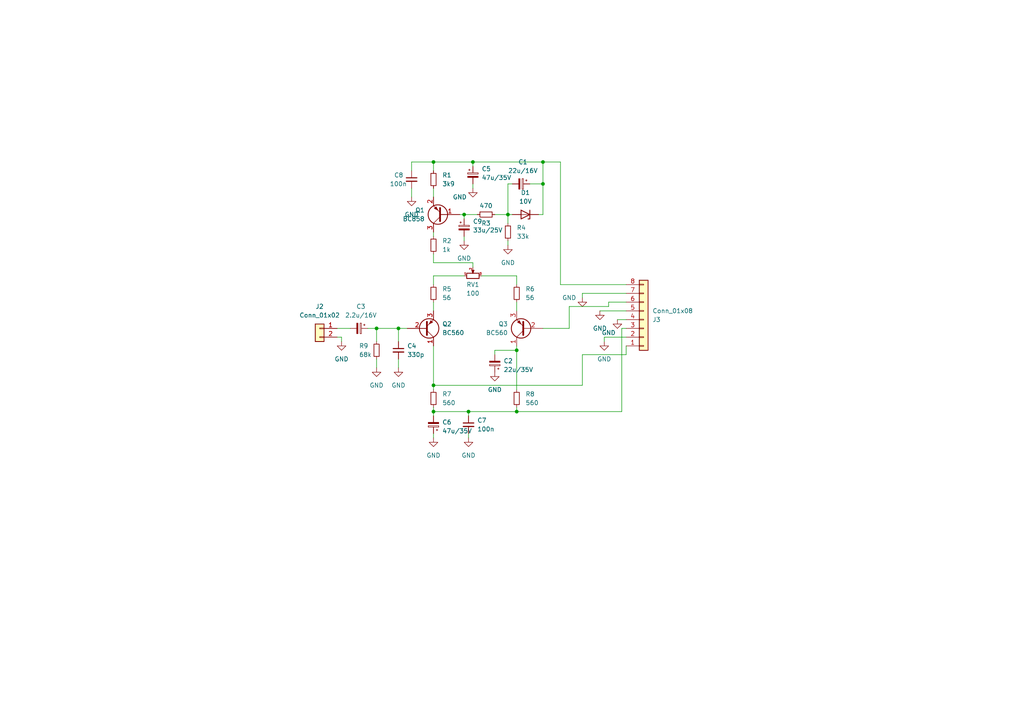
<source format=kicad_sch>
(kicad_sch (version 20230121) (generator eeschema)

  (uuid 93e645d0-3491-4b80-b2c4-8321ad22aaea)

  (paper "A4")

  (lib_symbols
    (symbol "Connector_Generic:Conn_01x02" (pin_names (offset 1.016) hide) (in_bom yes) (on_board yes)
      (property "Reference" "J" (at 0 2.54 0)
        (effects (font (size 1.27 1.27)))
      )
      (property "Value" "Conn_01x02" (at 0 -5.08 0)
        (effects (font (size 1.27 1.27)))
      )
      (property "Footprint" "" (at 0 0 0)
        (effects (font (size 1.27 1.27)) hide)
      )
      (property "Datasheet" "~" (at 0 0 0)
        (effects (font (size 1.27 1.27)) hide)
      )
      (property "ki_keywords" "connector" (at 0 0 0)
        (effects (font (size 1.27 1.27)) hide)
      )
      (property "ki_description" "Generic connector, single row, 01x02, script generated (kicad-library-utils/schlib/autogen/connector/)" (at 0 0 0)
        (effects (font (size 1.27 1.27)) hide)
      )
      (property "ki_fp_filters" "Connector*:*_1x??_*" (at 0 0 0)
        (effects (font (size 1.27 1.27)) hide)
      )
      (symbol "Conn_01x02_1_1"
        (rectangle (start -1.27 -2.413) (end 0 -2.667)
          (stroke (width 0.1524) (type default))
          (fill (type none))
        )
        (rectangle (start -1.27 0.127) (end 0 -0.127)
          (stroke (width 0.1524) (type default))
          (fill (type none))
        )
        (rectangle (start -1.27 1.27) (end 1.27 -3.81)
          (stroke (width 0.254) (type default))
          (fill (type background))
        )
        (pin passive line (at -5.08 0 0) (length 3.81)
          (name "Pin_1" (effects (font (size 1.27 1.27))))
          (number "1" (effects (font (size 1.27 1.27))))
        )
        (pin passive line (at -5.08 -2.54 0) (length 3.81)
          (name "Pin_2" (effects (font (size 1.27 1.27))))
          (number "2" (effects (font (size 1.27 1.27))))
        )
      )
    )
    (symbol "Connector_Generic:Conn_01x08" (pin_names (offset 1.016) hide) (in_bom yes) (on_board yes)
      (property "Reference" "J" (at 0 10.16 0)
        (effects (font (size 1.27 1.27)))
      )
      (property "Value" "Conn_01x08" (at 0 -12.7 0)
        (effects (font (size 1.27 1.27)))
      )
      (property "Footprint" "" (at 0 0 0)
        (effects (font (size 1.27 1.27)) hide)
      )
      (property "Datasheet" "~" (at 0 0 0)
        (effects (font (size 1.27 1.27)) hide)
      )
      (property "ki_keywords" "connector" (at 0 0 0)
        (effects (font (size 1.27 1.27)) hide)
      )
      (property "ki_description" "Generic connector, single row, 01x08, script generated (kicad-library-utils/schlib/autogen/connector/)" (at 0 0 0)
        (effects (font (size 1.27 1.27)) hide)
      )
      (property "ki_fp_filters" "Connector*:*_1x??_*" (at 0 0 0)
        (effects (font (size 1.27 1.27)) hide)
      )
      (symbol "Conn_01x08_1_1"
        (rectangle (start -1.27 -10.033) (end 0 -10.287)
          (stroke (width 0.1524) (type default))
          (fill (type none))
        )
        (rectangle (start -1.27 -7.493) (end 0 -7.747)
          (stroke (width 0.1524) (type default))
          (fill (type none))
        )
        (rectangle (start -1.27 -4.953) (end 0 -5.207)
          (stroke (width 0.1524) (type default))
          (fill (type none))
        )
        (rectangle (start -1.27 -2.413) (end 0 -2.667)
          (stroke (width 0.1524) (type default))
          (fill (type none))
        )
        (rectangle (start -1.27 0.127) (end 0 -0.127)
          (stroke (width 0.1524) (type default))
          (fill (type none))
        )
        (rectangle (start -1.27 2.667) (end 0 2.413)
          (stroke (width 0.1524) (type default))
          (fill (type none))
        )
        (rectangle (start -1.27 5.207) (end 0 4.953)
          (stroke (width 0.1524) (type default))
          (fill (type none))
        )
        (rectangle (start -1.27 7.747) (end 0 7.493)
          (stroke (width 0.1524) (type default))
          (fill (type none))
        )
        (rectangle (start -1.27 8.89) (end 1.27 -11.43)
          (stroke (width 0.254) (type default))
          (fill (type background))
        )
        (pin passive line (at -5.08 7.62 0) (length 3.81)
          (name "Pin_1" (effects (font (size 1.27 1.27))))
          (number "1" (effects (font (size 1.27 1.27))))
        )
        (pin passive line (at -5.08 5.08 0) (length 3.81)
          (name "Pin_2" (effects (font (size 1.27 1.27))))
          (number "2" (effects (font (size 1.27 1.27))))
        )
        (pin passive line (at -5.08 2.54 0) (length 3.81)
          (name "Pin_3" (effects (font (size 1.27 1.27))))
          (number "3" (effects (font (size 1.27 1.27))))
        )
        (pin passive line (at -5.08 0 0) (length 3.81)
          (name "Pin_4" (effects (font (size 1.27 1.27))))
          (number "4" (effects (font (size 1.27 1.27))))
        )
        (pin passive line (at -5.08 -2.54 0) (length 3.81)
          (name "Pin_5" (effects (font (size 1.27 1.27))))
          (number "5" (effects (font (size 1.27 1.27))))
        )
        (pin passive line (at -5.08 -5.08 0) (length 3.81)
          (name "Pin_6" (effects (font (size 1.27 1.27))))
          (number "6" (effects (font (size 1.27 1.27))))
        )
        (pin passive line (at -5.08 -7.62 0) (length 3.81)
          (name "Pin_7" (effects (font (size 1.27 1.27))))
          (number "7" (effects (font (size 1.27 1.27))))
        )
        (pin passive line (at -5.08 -10.16 0) (length 3.81)
          (name "Pin_8" (effects (font (size 1.27 1.27))))
          (number "8" (effects (font (size 1.27 1.27))))
        )
      )
    )
    (symbol "Device:C_Polarized_Small" (pin_numbers hide) (pin_names (offset 0.254) hide) (in_bom yes) (on_board yes)
      (property "Reference" "C" (at 0.254 1.778 0)
        (effects (font (size 1.27 1.27)) (justify left))
      )
      (property "Value" "C_Polarized_Small" (at 0.254 -2.032 0)
        (effects (font (size 1.27 1.27)) (justify left))
      )
      (property "Footprint" "" (at 0 0 0)
        (effects (font (size 1.27 1.27)) hide)
      )
      (property "Datasheet" "~" (at 0 0 0)
        (effects (font (size 1.27 1.27)) hide)
      )
      (property "ki_keywords" "cap capacitor" (at 0 0 0)
        (effects (font (size 1.27 1.27)) hide)
      )
      (property "ki_description" "Polarized capacitor, small symbol" (at 0 0 0)
        (effects (font (size 1.27 1.27)) hide)
      )
      (property "ki_fp_filters" "CP_*" (at 0 0 0)
        (effects (font (size 1.27 1.27)) hide)
      )
      (symbol "C_Polarized_Small_0_1"
        (rectangle (start -1.524 -0.3048) (end 1.524 -0.6858)
          (stroke (width 0) (type default))
          (fill (type outline))
        )
        (rectangle (start -1.524 0.6858) (end 1.524 0.3048)
          (stroke (width 0) (type default))
          (fill (type none))
        )
        (polyline
          (pts
            (xy -1.27 1.524)
            (xy -0.762 1.524)
          )
          (stroke (width 0) (type default))
          (fill (type none))
        )
        (polyline
          (pts
            (xy -1.016 1.27)
            (xy -1.016 1.778)
          )
          (stroke (width 0) (type default))
          (fill (type none))
        )
      )
      (symbol "C_Polarized_Small_1_1"
        (pin passive line (at 0 2.54 270) (length 1.8542)
          (name "~" (effects (font (size 1.27 1.27))))
          (number "1" (effects (font (size 1.27 1.27))))
        )
        (pin passive line (at 0 -2.54 90) (length 1.8542)
          (name "~" (effects (font (size 1.27 1.27))))
          (number "2" (effects (font (size 1.27 1.27))))
        )
      )
    )
    (symbol "Device:C_Small" (pin_numbers hide) (pin_names (offset 0.254) hide) (in_bom yes) (on_board yes)
      (property "Reference" "C" (at 0.254 1.778 0)
        (effects (font (size 1.27 1.27)) (justify left))
      )
      (property "Value" "C_Small" (at 0.254 -2.032 0)
        (effects (font (size 1.27 1.27)) (justify left))
      )
      (property "Footprint" "" (at 0 0 0)
        (effects (font (size 1.27 1.27)) hide)
      )
      (property "Datasheet" "~" (at 0 0 0)
        (effects (font (size 1.27 1.27)) hide)
      )
      (property "ki_keywords" "capacitor cap" (at 0 0 0)
        (effects (font (size 1.27 1.27)) hide)
      )
      (property "ki_description" "Unpolarized capacitor, small symbol" (at 0 0 0)
        (effects (font (size 1.27 1.27)) hide)
      )
      (property "ki_fp_filters" "C_*" (at 0 0 0)
        (effects (font (size 1.27 1.27)) hide)
      )
      (symbol "C_Small_0_1"
        (polyline
          (pts
            (xy -1.524 -0.508)
            (xy 1.524 -0.508)
          )
          (stroke (width 0.3302) (type default))
          (fill (type none))
        )
        (polyline
          (pts
            (xy -1.524 0.508)
            (xy 1.524 0.508)
          )
          (stroke (width 0.3048) (type default))
          (fill (type none))
        )
      )
      (symbol "C_Small_1_1"
        (pin passive line (at 0 2.54 270) (length 2.032)
          (name "~" (effects (font (size 1.27 1.27))))
          (number "1" (effects (font (size 1.27 1.27))))
        )
        (pin passive line (at 0 -2.54 90) (length 2.032)
          (name "~" (effects (font (size 1.27 1.27))))
          (number "2" (effects (font (size 1.27 1.27))))
        )
      )
    )
    (symbol "Device:D_Zener" (pin_numbers hide) (pin_names (offset 1.016) hide) (in_bom yes) (on_board yes)
      (property "Reference" "D" (at 0 2.54 0)
        (effects (font (size 1.27 1.27)))
      )
      (property "Value" "D_Zener" (at 0 -2.54 0)
        (effects (font (size 1.27 1.27)))
      )
      (property "Footprint" "" (at 0 0 0)
        (effects (font (size 1.27 1.27)) hide)
      )
      (property "Datasheet" "~" (at 0 0 0)
        (effects (font (size 1.27 1.27)) hide)
      )
      (property "ki_keywords" "diode" (at 0 0 0)
        (effects (font (size 1.27 1.27)) hide)
      )
      (property "ki_description" "Zener diode" (at 0 0 0)
        (effects (font (size 1.27 1.27)) hide)
      )
      (property "ki_fp_filters" "TO-???* *_Diode_* *SingleDiode* D_*" (at 0 0 0)
        (effects (font (size 1.27 1.27)) hide)
      )
      (symbol "D_Zener_0_1"
        (polyline
          (pts
            (xy 1.27 0)
            (xy -1.27 0)
          )
          (stroke (width 0) (type default))
          (fill (type none))
        )
        (polyline
          (pts
            (xy -1.27 -1.27)
            (xy -1.27 1.27)
            (xy -0.762 1.27)
          )
          (stroke (width 0.254) (type default))
          (fill (type none))
        )
        (polyline
          (pts
            (xy 1.27 -1.27)
            (xy 1.27 1.27)
            (xy -1.27 0)
            (xy 1.27 -1.27)
          )
          (stroke (width 0.254) (type default))
          (fill (type none))
        )
      )
      (symbol "D_Zener_1_1"
        (pin passive line (at -3.81 0 0) (length 2.54)
          (name "K" (effects (font (size 1.27 1.27))))
          (number "1" (effects (font (size 1.27 1.27))))
        )
        (pin passive line (at 3.81 0 180) (length 2.54)
          (name "A" (effects (font (size 1.27 1.27))))
          (number "2" (effects (font (size 1.27 1.27))))
        )
      )
    )
    (symbol "Device:R_Potentiometer_Small" (pin_names (offset 1.016) hide) (in_bom yes) (on_board yes)
      (property "Reference" "RV" (at -4.445 0 90)
        (effects (font (size 1.27 1.27)))
      )
      (property "Value" "R_Potentiometer_Small" (at -2.54 0 90)
        (effects (font (size 1.27 1.27)))
      )
      (property "Footprint" "" (at 0 0 0)
        (effects (font (size 1.27 1.27)) hide)
      )
      (property "Datasheet" "~" (at 0 0 0)
        (effects (font (size 1.27 1.27)) hide)
      )
      (property "ki_keywords" "resistor variable" (at 0 0 0)
        (effects (font (size 1.27 1.27)) hide)
      )
      (property "ki_description" "Potentiometer" (at 0 0 0)
        (effects (font (size 1.27 1.27)) hide)
      )
      (property "ki_fp_filters" "Potentiometer*" (at 0 0 0)
        (effects (font (size 1.27 1.27)) hide)
      )
      (symbol "R_Potentiometer_Small_0_1"
        (polyline
          (pts
            (xy 0.889 0)
            (xy 0.635 0)
            (xy 1.651 0.381)
            (xy 1.651 -0.381)
            (xy 0.635 0)
            (xy 0.889 0)
          )
          (stroke (width 0) (type default))
          (fill (type outline))
        )
        (rectangle (start 0.762 1.8034) (end -0.762 -1.8034)
          (stroke (width 0.254) (type default))
          (fill (type none))
        )
      )
      (symbol "R_Potentiometer_Small_1_1"
        (pin passive line (at 0 2.54 270) (length 0.635)
          (name "1" (effects (font (size 0.635 0.635))))
          (number "1" (effects (font (size 0.635 0.635))))
        )
        (pin passive line (at 2.54 0 180) (length 0.9906)
          (name "2" (effects (font (size 0.635 0.635))))
          (number "2" (effects (font (size 0.635 0.635))))
        )
        (pin passive line (at 0 -2.54 90) (length 0.635)
          (name "3" (effects (font (size 0.635 0.635))))
          (number "3" (effects (font (size 0.635 0.635))))
        )
      )
    )
    (symbol "Device:R_Small" (pin_numbers hide) (pin_names (offset 0.254) hide) (in_bom yes) (on_board yes)
      (property "Reference" "R" (at 0.762 0.508 0)
        (effects (font (size 1.27 1.27)) (justify left))
      )
      (property "Value" "R_Small" (at 0.762 -1.016 0)
        (effects (font (size 1.27 1.27)) (justify left))
      )
      (property "Footprint" "" (at 0 0 0)
        (effects (font (size 1.27 1.27)) hide)
      )
      (property "Datasheet" "~" (at 0 0 0)
        (effects (font (size 1.27 1.27)) hide)
      )
      (property "ki_keywords" "R resistor" (at 0 0 0)
        (effects (font (size 1.27 1.27)) hide)
      )
      (property "ki_description" "Resistor, small symbol" (at 0 0 0)
        (effects (font (size 1.27 1.27)) hide)
      )
      (property "ki_fp_filters" "R_*" (at 0 0 0)
        (effects (font (size 1.27 1.27)) hide)
      )
      (symbol "R_Small_0_1"
        (rectangle (start -0.762 1.778) (end 0.762 -1.778)
          (stroke (width 0.2032) (type default))
          (fill (type none))
        )
      )
      (symbol "R_Small_1_1"
        (pin passive line (at 0 2.54 270) (length 0.762)
          (name "~" (effects (font (size 1.27 1.27))))
          (number "1" (effects (font (size 1.27 1.27))))
        )
        (pin passive line (at 0 -2.54 90) (length 0.762)
          (name "~" (effects (font (size 1.27 1.27))))
          (number "2" (effects (font (size 1.27 1.27))))
        )
      )
    )
    (symbol "Transistor_BJT:BC560" (pin_names (offset 0) hide) (in_bom yes) (on_board yes)
      (property "Reference" "Q" (at 5.08 1.905 0)
        (effects (font (size 1.27 1.27)) (justify left))
      )
      (property "Value" "BC560" (at 5.08 0 0)
        (effects (font (size 1.27 1.27)) (justify left))
      )
      (property "Footprint" "Package_TO_SOT_THT:TO-92_Inline" (at 5.08 -1.905 0)
        (effects (font (size 1.27 1.27) italic) (justify left) hide)
      )
      (property "Datasheet" "https://www.onsemi.com/pub/Collateral/BC556BTA-D.pdf" (at 0 0 0)
        (effects (font (size 1.27 1.27)) (justify left) hide)
      )
      (property "ki_keywords" "PNP Transistor" (at 0 0 0)
        (effects (font (size 1.27 1.27)) hide)
      )
      (property "ki_description" "0.1A Ic, 45V Vce, PNP Small Signal Transistor, TO-92" (at 0 0 0)
        (effects (font (size 1.27 1.27)) hide)
      )
      (property "ki_fp_filters" "TO?92*" (at 0 0 0)
        (effects (font (size 1.27 1.27)) hide)
      )
      (symbol "BC560_0_1"
        (polyline
          (pts
            (xy 0.635 0.635)
            (xy 2.54 2.54)
          )
          (stroke (width 0) (type default))
          (fill (type none))
        )
        (polyline
          (pts
            (xy 0.635 -0.635)
            (xy 2.54 -2.54)
            (xy 2.54 -2.54)
          )
          (stroke (width 0) (type default))
          (fill (type none))
        )
        (polyline
          (pts
            (xy 0.635 1.905)
            (xy 0.635 -1.905)
            (xy 0.635 -1.905)
          )
          (stroke (width 0.508) (type default))
          (fill (type none))
        )
        (polyline
          (pts
            (xy 2.286 -1.778)
            (xy 1.778 -2.286)
            (xy 1.27 -1.27)
            (xy 2.286 -1.778)
            (xy 2.286 -1.778)
          )
          (stroke (width 0) (type default))
          (fill (type outline))
        )
        (circle (center 1.27 0) (radius 2.8194)
          (stroke (width 0.254) (type default))
          (fill (type none))
        )
      )
      (symbol "BC560_1_1"
        (pin passive line (at 2.54 5.08 270) (length 2.54)
          (name "C" (effects (font (size 1.27 1.27))))
          (number "1" (effects (font (size 1.27 1.27))))
        )
        (pin input line (at -5.08 0 0) (length 5.715)
          (name "B" (effects (font (size 1.27 1.27))))
          (number "2" (effects (font (size 1.27 1.27))))
        )
        (pin passive line (at 2.54 -5.08 90) (length 2.54)
          (name "E" (effects (font (size 1.27 1.27))))
          (number "3" (effects (font (size 1.27 1.27))))
        )
      )
    )
    (symbol "Transistor_BJT:BC858" (pin_names (offset 0) hide) (in_bom yes) (on_board yes)
      (property "Reference" "Q" (at 5.08 1.905 0)
        (effects (font (size 1.27 1.27)) (justify left))
      )
      (property "Value" "BC858" (at 5.08 0 0)
        (effects (font (size 1.27 1.27)) (justify left))
      )
      (property "Footprint" "Package_TO_SOT_SMD:SOT-23" (at 5.08 -1.905 0)
        (effects (font (size 1.27 1.27) italic) (justify left) hide)
      )
      (property "Datasheet" "https://www.onsemi.com/pub/Collateral/BC860-D.pdf" (at 0 0 0)
        (effects (font (size 1.27 1.27)) (justify left) hide)
      )
      (property "ki_keywords" "PNP transistor" (at 0 0 0)
        (effects (font (size 1.27 1.27)) hide)
      )
      (property "ki_description" "0.1A Ic, 30V Vce, PNP Transistor, SOT-23" (at 0 0 0)
        (effects (font (size 1.27 1.27)) hide)
      )
      (property "ki_fp_filters" "SOT?23*" (at 0 0 0)
        (effects (font (size 1.27 1.27)) hide)
      )
      (symbol "BC858_0_1"
        (polyline
          (pts
            (xy 0.635 0.635)
            (xy 2.54 2.54)
          )
          (stroke (width 0) (type default))
          (fill (type none))
        )
        (polyline
          (pts
            (xy 0.635 -0.635)
            (xy 2.54 -2.54)
            (xy 2.54 -2.54)
          )
          (stroke (width 0) (type default))
          (fill (type none))
        )
        (polyline
          (pts
            (xy 0.635 1.905)
            (xy 0.635 -1.905)
            (xy 0.635 -1.905)
          )
          (stroke (width 0.508) (type default))
          (fill (type none))
        )
        (polyline
          (pts
            (xy 2.286 -1.778)
            (xy 1.778 -2.286)
            (xy 1.27 -1.27)
            (xy 2.286 -1.778)
            (xy 2.286 -1.778)
          )
          (stroke (width 0) (type default))
          (fill (type outline))
        )
        (circle (center 1.27 0) (radius 2.8194)
          (stroke (width 0.254) (type default))
          (fill (type none))
        )
      )
      (symbol "BC858_1_1"
        (pin input line (at -5.08 0 0) (length 5.715)
          (name "B" (effects (font (size 1.27 1.27))))
          (number "1" (effects (font (size 1.27 1.27))))
        )
        (pin passive line (at 2.54 -5.08 90) (length 2.54)
          (name "E" (effects (font (size 1.27 1.27))))
          (number "2" (effects (font (size 1.27 1.27))))
        )
        (pin passive line (at 2.54 5.08 270) (length 2.54)
          (name "C" (effects (font (size 1.27 1.27))))
          (number "3" (effects (font (size 1.27 1.27))))
        )
      )
    )
    (symbol "power:GND" (power) (pin_names (offset 0)) (in_bom yes) (on_board yes)
      (property "Reference" "#PWR" (at 0 -6.35 0)
        (effects (font (size 1.27 1.27)) hide)
      )
      (property "Value" "GND" (at 0 -3.81 0)
        (effects (font (size 1.27 1.27)))
      )
      (property "Footprint" "" (at 0 0 0)
        (effects (font (size 1.27 1.27)) hide)
      )
      (property "Datasheet" "" (at 0 0 0)
        (effects (font (size 1.27 1.27)) hide)
      )
      (property "ki_keywords" "global power" (at 0 0 0)
        (effects (font (size 1.27 1.27)) hide)
      )
      (property "ki_description" "Power symbol creates a global label with name \"GND\" , ground" (at 0 0 0)
        (effects (font (size 1.27 1.27)) hide)
      )
      (symbol "GND_0_1"
        (polyline
          (pts
            (xy 0 0)
            (xy 0 -1.27)
            (xy 1.27 -1.27)
            (xy 0 -2.54)
            (xy -1.27 -1.27)
            (xy 0 -1.27)
          )
          (stroke (width 0) (type default))
          (fill (type none))
        )
      )
      (symbol "GND_1_1"
        (pin power_in line (at 0 0 270) (length 0) hide
          (name "GND" (effects (font (size 1.27 1.27))))
          (number "1" (effects (font (size 1.27 1.27))))
        )
      )
    )
  )

  (junction (at 125.73 119.38) (diameter 0) (color 0 0 0 0)
    (uuid 29b6bc78-2c28-4e92-8d9f-e51a811cb8bc)
  )
  (junction (at 149.86 101.6) (diameter 0) (color 0 0 0 0)
    (uuid 2acf8e80-cb38-4481-be05-0c6855a4dc01)
  )
  (junction (at 109.22 95.25) (diameter 0) (color 0 0 0 0)
    (uuid 2ec739ec-c4a4-4d90-9a19-d682ffe156b2)
  )
  (junction (at 157.48 46.99) (diameter 0) (color 0 0 0 0)
    (uuid 322136e4-7a4f-422c-a906-c0accfce0994)
  )
  (junction (at 149.86 119.38) (diameter 0) (color 0 0 0 0)
    (uuid 4b06eba9-d649-48bb-9665-e19340af640a)
  )
  (junction (at 147.32 62.23) (diameter 0) (color 0 0 0 0)
    (uuid 87b45549-da3a-4ab3-bec4-c763b3a00d37)
  )
  (junction (at 125.73 111.76) (diameter 0) (color 0 0 0 0)
    (uuid 92029fd7-ff8e-4a5b-b06e-9d8200ff2eaa)
  )
  (junction (at 134.62 62.23) (diameter 0) (color 0 0 0 0)
    (uuid 9fa8c8e5-ef93-41e2-9316-cab1c80fec24)
  )
  (junction (at 157.48 53.34) (diameter 0) (color 0 0 0 0)
    (uuid a2a87f01-4b91-48bb-8757-789feff1db79)
  )
  (junction (at 115.57 95.25) (diameter 0) (color 0 0 0 0)
    (uuid a34b3537-2b36-46c4-864b-1e58796d7a54)
  )
  (junction (at 135.89 119.38) (diameter 0) (color 0 0 0 0)
    (uuid bfede6c0-4e4a-48b6-904f-e7dad108bd70)
  )
  (junction (at 137.16 46.99) (diameter 0) (color 0 0 0 0)
    (uuid d905fb4c-121e-4c5d-8362-c12c7697c4e3)
  )
  (junction (at 125.73 46.99) (diameter 0) (color 0 0 0 0)
    (uuid e8246b33-13ea-460c-857a-014b2f82bd77)
  )

  (wire (pts (xy 119.38 49.53) (xy 119.38 46.99))
    (stroke (width 0) (type default))
    (uuid 030a6c34-c56e-49ce-8e3e-23bac5d5e822)
  )
  (wire (pts (xy 139.7 80.01) (xy 149.86 80.01))
    (stroke (width 0) (type default))
    (uuid 031ac238-6df9-41a8-8f27-e2b1d876849b)
  )
  (wire (pts (xy 134.62 62.23) (xy 138.43 62.23))
    (stroke (width 0) (type default))
    (uuid 04615fa9-7a12-4c42-94e9-7a3a4bec082b)
  )
  (wire (pts (xy 147.32 62.23) (xy 147.32 64.77))
    (stroke (width 0) (type default))
    (uuid 07e58dac-161d-48ae-a8f8-74238f246d11)
  )
  (wire (pts (xy 179.07 92.71) (xy 181.61 92.71))
    (stroke (width 0) (type default))
    (uuid 0bf8f1f9-785c-4be2-b340-ec059328a0cd)
  )
  (wire (pts (xy 143.51 101.6) (xy 143.51 102.87))
    (stroke (width 0) (type default))
    (uuid 0c5165d7-1362-4a24-865d-0e61cd37ac2d)
  )
  (wire (pts (xy 115.57 104.14) (xy 115.57 106.68))
    (stroke (width 0) (type default))
    (uuid 0c54e676-f222-4d31-b1d8-e7803aca0c1e)
  )
  (wire (pts (xy 168.91 85.09) (xy 181.61 85.09))
    (stroke (width 0) (type default))
    (uuid 12774795-db37-41a7-bc6e-0e1a1619614f)
  )
  (wire (pts (xy 115.57 95.25) (xy 118.11 95.25))
    (stroke (width 0) (type default))
    (uuid 1475f0f7-3187-4943-ae16-a1b997cec733)
  )
  (wire (pts (xy 181.61 100.33) (xy 181.61 102.87))
    (stroke (width 0) (type default))
    (uuid 1532078c-5782-41cc-9b80-a3eb317111e3)
  )
  (wire (pts (xy 135.89 119.38) (xy 149.86 119.38))
    (stroke (width 0) (type default))
    (uuid 16dc8109-2f45-4c15-80b1-9095abd14af9)
  )
  (wire (pts (xy 147.32 69.85) (xy 147.32 71.12))
    (stroke (width 0) (type default))
    (uuid 190dcd40-a845-40ff-8eab-b897b92ce3eb)
  )
  (wire (pts (xy 157.48 53.34) (xy 157.48 62.23))
    (stroke (width 0) (type default))
    (uuid 1e6e1a56-b3a7-4b9d-a231-42cdfe1db8ec)
  )
  (wire (pts (xy 125.73 119.38) (xy 125.73 120.65))
    (stroke (width 0) (type default))
    (uuid 1f67c716-ce2c-4ae2-92f1-98100b43f9df)
  )
  (wire (pts (xy 109.22 104.14) (xy 109.22 106.68))
    (stroke (width 0) (type default))
    (uuid 2591ea4a-215c-49ff-84e9-621d5e74ec72)
  )
  (wire (pts (xy 156.21 62.23) (xy 157.48 62.23))
    (stroke (width 0) (type default))
    (uuid 27151f60-afd3-42d0-b413-616e14c68533)
  )
  (wire (pts (xy 106.68 95.25) (xy 109.22 95.25))
    (stroke (width 0) (type default))
    (uuid 276f26f9-fa51-4210-9f51-04ebc6540ed1)
  )
  (wire (pts (xy 134.62 62.23) (xy 134.62 63.5))
    (stroke (width 0) (type default))
    (uuid 277ed109-17f3-4f05-954d-8883a89d4ea5)
  )
  (wire (pts (xy 168.91 102.87) (xy 181.61 102.87))
    (stroke (width 0) (type default))
    (uuid 304bff69-73dd-4be3-9941-302e7fb19eb2)
  )
  (wire (pts (xy 149.86 100.33) (xy 149.86 101.6))
    (stroke (width 0) (type default))
    (uuid 38521f17-ad0f-4bf4-bca2-9fc03d4f5178)
  )
  (wire (pts (xy 135.89 119.38) (xy 135.89 120.65))
    (stroke (width 0) (type default))
    (uuid 3a28b318-b10e-4f4d-b826-8ebf28468185)
  )
  (wire (pts (xy 115.57 95.25) (xy 115.57 99.06))
    (stroke (width 0) (type default))
    (uuid 3d6665b3-735a-4d99-ba31-39ee721c6b5c)
  )
  (wire (pts (xy 149.86 119.38) (xy 180.34 119.38))
    (stroke (width 0) (type default))
    (uuid 3dc2465e-98e3-48a6-b101-42d4df39ad6d)
  )
  (wire (pts (xy 175.26 97.79) (xy 181.61 97.79))
    (stroke (width 0) (type default))
    (uuid 3e1bbe59-9d42-4e21-82f4-2b4d890087cf)
  )
  (wire (pts (xy 137.16 53.34) (xy 137.16 54.61))
    (stroke (width 0) (type default))
    (uuid 40ce4b5f-9f3b-443b-891d-b443c5fb3801)
  )
  (wire (pts (xy 99.06 99.06) (xy 99.06 97.79))
    (stroke (width 0) (type default))
    (uuid 41c93571-fd22-4e2c-9f5d-9d16a0fdd7c0)
  )
  (wire (pts (xy 181.61 95.25) (xy 180.34 95.25))
    (stroke (width 0) (type default))
    (uuid 442bac32-d9a2-4c0e-ad0e-cae9ddc6697c)
  )
  (wire (pts (xy 157.48 46.99) (xy 157.48 53.34))
    (stroke (width 0) (type default))
    (uuid 45984fee-6bf0-4790-bade-b988af2dec8f)
  )
  (wire (pts (xy 109.22 95.25) (xy 109.22 99.06))
    (stroke (width 0) (type default))
    (uuid 461b8978-b09d-438a-979e-065693d5668b)
  )
  (wire (pts (xy 157.48 95.25) (xy 165.1 95.25))
    (stroke (width 0) (type default))
    (uuid 4c4c7e23-2066-4a1e-8f3f-6ce920f601cd)
  )
  (wire (pts (xy 143.51 62.23) (xy 147.32 62.23))
    (stroke (width 0) (type default))
    (uuid 51104bbe-71ba-4efc-b529-7e362c6d6efa)
  )
  (wire (pts (xy 125.73 80.01) (xy 134.62 80.01))
    (stroke (width 0) (type default))
    (uuid 5156a670-d06c-4d8b-b52e-8cffd2d07e5b)
  )
  (wire (pts (xy 162.56 46.99) (xy 157.48 46.99))
    (stroke (width 0) (type default))
    (uuid 570fff8b-e490-4796-929d-fff9bf0c9b85)
  )
  (wire (pts (xy 125.73 100.33) (xy 125.73 111.76))
    (stroke (width 0) (type default))
    (uuid 5979a792-2be7-486f-904a-a89f943fc4ea)
  )
  (wire (pts (xy 97.79 97.79) (xy 99.06 97.79))
    (stroke (width 0) (type default))
    (uuid 5db150f4-fcce-4089-9b3d-301fdc8f6bf6)
  )
  (wire (pts (xy 125.73 49.53) (xy 125.73 46.99))
    (stroke (width 0) (type default))
    (uuid 5ec900b6-9ed0-43a3-a8e1-c5b10148bfc8)
  )
  (wire (pts (xy 147.32 53.34) (xy 147.32 62.23))
    (stroke (width 0) (type default))
    (uuid 637f97cb-4502-4c12-a42e-f5a159a66ed9)
  )
  (wire (pts (xy 149.86 80.01) (xy 149.86 82.55))
    (stroke (width 0) (type default))
    (uuid 65b49842-5186-409f-bdcf-0acbf7883f14)
  )
  (wire (pts (xy 125.73 119.38) (xy 135.89 119.38))
    (stroke (width 0) (type default))
    (uuid 66e816bd-b021-4bcd-b0b6-5d9372b5b714)
  )
  (wire (pts (xy 109.22 95.25) (xy 115.57 95.25))
    (stroke (width 0) (type default))
    (uuid 6c154752-e8b1-4b1f-af7c-d8030446c176)
  )
  (wire (pts (xy 147.32 62.23) (xy 148.59 62.23))
    (stroke (width 0) (type default))
    (uuid 6dd90968-1c1d-45e1-8c32-e68c3ed21e04)
  )
  (wire (pts (xy 134.62 68.58) (xy 134.62 69.85))
    (stroke (width 0) (type default))
    (uuid 6e0b94fd-7e76-46cf-a8fe-7cbd4aac5616)
  )
  (wire (pts (xy 162.56 82.55) (xy 162.56 46.99))
    (stroke (width 0) (type default))
    (uuid 6e5ab2b0-a376-45a3-9261-f195bb280977)
  )
  (wire (pts (xy 176.53 87.63) (xy 181.61 87.63))
    (stroke (width 0) (type default))
    (uuid 6e65608d-4f5e-44c4-9dd4-0f323783da55)
  )
  (wire (pts (xy 125.73 111.76) (xy 125.73 113.03))
    (stroke (width 0) (type default))
    (uuid 6f3ce5d8-b107-4274-9d49-3ae53f032e1f)
  )
  (wire (pts (xy 125.73 73.66) (xy 125.73 76.2))
    (stroke (width 0) (type default))
    (uuid 7223026d-7591-468c-8bbe-274c8542a8ff)
  )
  (wire (pts (xy 97.79 95.25) (xy 101.6 95.25))
    (stroke (width 0) (type default))
    (uuid 7ee471c7-119f-4b8b-ad08-a526d50c1a21)
  )
  (wire (pts (xy 137.16 76.2) (xy 137.16 77.47))
    (stroke (width 0) (type default))
    (uuid 82ea3d06-0e00-4987-b2d0-31d59eab3867)
  )
  (wire (pts (xy 149.86 87.63) (xy 149.86 90.17))
    (stroke (width 0) (type default))
    (uuid 830878c3-b3a6-4505-87b2-e83b0c384a3f)
  )
  (wire (pts (xy 175.26 97.79) (xy 175.26 99.06))
    (stroke (width 0) (type default))
    (uuid 885ca1e0-d61c-4431-9eb0-e7d2f2b6891f)
  )
  (wire (pts (xy 125.73 54.61) (xy 125.73 57.15))
    (stroke (width 0) (type default))
    (uuid 88c5ef2d-dc89-4ba0-8fd2-2db4409ce36b)
  )
  (wire (pts (xy 137.16 46.99) (xy 157.48 46.99))
    (stroke (width 0) (type default))
    (uuid 8bb4a850-42a6-4a4e-a18a-e618331a0455)
  )
  (wire (pts (xy 125.73 46.99) (xy 137.16 46.99))
    (stroke (width 0) (type default))
    (uuid 90ad13db-0aec-460a-a5fa-b8067dde77da)
  )
  (wire (pts (xy 125.73 67.31) (xy 125.73 68.58))
    (stroke (width 0) (type default))
    (uuid 910d27c5-0bc7-45e2-8fe9-58e6d4e771ab)
  )
  (wire (pts (xy 168.91 102.87) (xy 168.91 111.76))
    (stroke (width 0) (type default))
    (uuid 9547b81c-d5de-4811-9ea6-16582daaf87d)
  )
  (wire (pts (xy 119.38 54.61) (xy 119.38 57.15))
    (stroke (width 0) (type default))
    (uuid 9698d2f2-216a-4dee-a271-1a06a4646dd4)
  )
  (wire (pts (xy 125.73 76.2) (xy 137.16 76.2))
    (stroke (width 0) (type default))
    (uuid a0e67a06-60ea-4a70-b4a7-04abe24ad721)
  )
  (wire (pts (xy 119.38 46.99) (xy 125.73 46.99))
    (stroke (width 0) (type default))
    (uuid a174cba0-76c3-4018-8742-0efa4b17fd1a)
  )
  (wire (pts (xy 148.59 53.34) (xy 147.32 53.34))
    (stroke (width 0) (type default))
    (uuid a27c2dd2-5be3-4ee4-b034-9dfdbd14a939)
  )
  (wire (pts (xy 125.73 111.76) (xy 168.91 111.76))
    (stroke (width 0) (type default))
    (uuid a8721b86-bd26-4261-90ab-a364ea66c35f)
  )
  (wire (pts (xy 149.86 101.6) (xy 149.86 113.03))
    (stroke (width 0) (type default))
    (uuid b1820083-a92e-488e-88cf-fd8e06925870)
  )
  (wire (pts (xy 165.1 88.9) (xy 165.1 95.25))
    (stroke (width 0) (type default))
    (uuid b5f1b344-b91a-4bcf-afde-508a453ac7c8)
  )
  (wire (pts (xy 168.91 86.36) (xy 168.91 85.09))
    (stroke (width 0) (type default))
    (uuid b9324b48-7fe6-494a-9ef3-70bac4efc426)
  )
  (wire (pts (xy 125.73 87.63) (xy 125.73 90.17))
    (stroke (width 0) (type default))
    (uuid bbfe0fe4-c5b7-4bc6-8604-2909c98637fb)
  )
  (wire (pts (xy 125.73 118.11) (xy 125.73 119.38))
    (stroke (width 0) (type default))
    (uuid be2903af-68e0-4730-b5d8-f8cc31e6655d)
  )
  (wire (pts (xy 176.53 87.63) (xy 176.53 88.9))
    (stroke (width 0) (type default))
    (uuid c2834808-2767-4133-86e3-32a296cf777e)
  )
  (wire (pts (xy 125.73 125.73) (xy 125.73 127))
    (stroke (width 0) (type default))
    (uuid c6cec8f2-13af-4459-9980-bcc330bf4154)
  )
  (wire (pts (xy 137.16 46.99) (xy 137.16 48.26))
    (stroke (width 0) (type default))
    (uuid c7abc739-98dc-4d72-88c8-1be5a70250ff)
  )
  (wire (pts (xy 180.34 95.25) (xy 180.34 119.38))
    (stroke (width 0) (type default))
    (uuid cbc63126-a04f-42fc-9c37-1b198823b488)
  )
  (wire (pts (xy 173.99 90.17) (xy 181.61 90.17))
    (stroke (width 0) (type default))
    (uuid d01b9f43-acef-47b0-a6cf-8866fbe254de)
  )
  (wire (pts (xy 133.35 62.23) (xy 134.62 62.23))
    (stroke (width 0) (type default))
    (uuid d658ad38-38ab-48e1-9125-cbe41f33f84a)
  )
  (wire (pts (xy 165.1 88.9) (xy 176.53 88.9))
    (stroke (width 0) (type default))
    (uuid dacf2a8f-c1b8-40c4-ab4b-051cad425714)
  )
  (wire (pts (xy 162.56 82.55) (xy 181.61 82.55))
    (stroke (width 0) (type default))
    (uuid dcac49d3-e1cd-4ff0-932c-8aa630582dfa)
  )
  (wire (pts (xy 135.89 125.73) (xy 135.89 127))
    (stroke (width 0) (type default))
    (uuid e0ad58f3-be0b-4681-b079-05c15f27cccb)
  )
  (wire (pts (xy 125.73 82.55) (xy 125.73 80.01))
    (stroke (width 0) (type default))
    (uuid e5803b62-e610-496b-a3f7-0ea39cefafab)
  )
  (wire (pts (xy 149.86 118.11) (xy 149.86 119.38))
    (stroke (width 0) (type default))
    (uuid f3cc24c1-ec67-404d-901d-a5cd12b91fe5)
  )
  (wire (pts (xy 143.51 101.6) (xy 149.86 101.6))
    (stroke (width 0) (type default))
    (uuid f3fee9a5-c60b-4c47-9cba-a13ca09ee457)
  )
  (wire (pts (xy 153.67 53.34) (xy 157.48 53.34))
    (stroke (width 0) (type default))
    (uuid f4b0bbc4-fded-40e0-b2e0-119769e005ba)
  )

  (symbol (lib_id "Device:R_Small") (at 125.73 71.12 0) (unit 1)
    (in_bom yes) (on_board yes) (dnp no) (fields_autoplaced)
    (uuid 007c6497-a038-4ae1-a6cf-07eaba22b3e6)
    (property "Reference" "R2" (at 128.27 69.85 0)
      (effects (font (size 1.27 1.27)) (justify left))
    )
    (property "Value" "1k" (at 128.27 72.39 0)
      (effects (font (size 1.27 1.27)) (justify left))
    )
    (property "Footprint" "Resistor_SMD:R_1206_3216Metric_Pad1.30x1.75mm_HandSolder" (at 125.73 71.12 0)
      (effects (font (size 1.27 1.27)) hide)
    )
    (property "Datasheet" "~" (at 125.73 71.12 0)
      (effects (font (size 1.27 1.27)) hide)
    )
    (pin "1" (uuid ac78c7b9-1408-4cc3-ba31-7a9dc8914ac3))
    (pin "2" (uuid d760e2fb-23d6-4b08-bff5-fe1248cdf6fc))
    (instances
      (project "Wzmacniacz różnicowy do PW3015"
        (path "/93e645d0-3491-4b80-b2c4-8321ad22aaea"
          (reference "R2") (unit 1)
        )
      )
    )
  )

  (symbol (lib_id "power:GND") (at 109.22 106.68 0) (unit 1)
    (in_bom yes) (on_board yes) (dnp no) (fields_autoplaced)
    (uuid 0a95c4d1-46bb-4d7b-80dc-d770b5ebf116)
    (property "Reference" "#PWR04" (at 109.22 113.03 0)
      (effects (font (size 1.27 1.27)) hide)
    )
    (property "Value" "GND" (at 109.22 111.76 0)
      (effects (font (size 1.27 1.27)))
    )
    (property "Footprint" "" (at 109.22 106.68 0)
      (effects (font (size 1.27 1.27)) hide)
    )
    (property "Datasheet" "" (at 109.22 106.68 0)
      (effects (font (size 1.27 1.27)) hide)
    )
    (pin "1" (uuid 33ef7c66-d3c6-4087-84c0-80eca7a4879e))
    (instances
      (project "Wzmacniacz różnicowy do PW3015"
        (path "/93e645d0-3491-4b80-b2c4-8321ad22aaea"
          (reference "#PWR04") (unit 1)
        )
      )
    )
  )

  (symbol (lib_id "Transistor_BJT:BC560") (at 152.4 95.25 180) (unit 1)
    (in_bom yes) (on_board yes) (dnp no)
    (uuid 0ebca093-4540-4797-a258-f655e7aece80)
    (property "Reference" "Q3" (at 147.32 93.98 0)
      (effects (font (size 1.27 1.27)) (justify left))
    )
    (property "Value" "BC560" (at 147.32 96.52 0)
      (effects (font (size 1.27 1.27)) (justify left))
    )
    (property "Footprint" "Package_TO_SOT_THT:TO-92L_Wide" (at 147.32 93.345 0)
      (effects (font (size 1.27 1.27) italic) (justify left) hide)
    )
    (property "Datasheet" "https://www.onsemi.com/pub/Collateral/BC556BTA-D.pdf" (at 152.4 95.25 0)
      (effects (font (size 1.27 1.27)) (justify left) hide)
    )
    (pin "1" (uuid 86f34843-e00a-49a6-aad9-426107466209))
    (pin "2" (uuid b29277ec-9679-4bb7-bc86-3b92b98940fc))
    (pin "3" (uuid 2d96299e-5c94-494c-afba-d7867018392e))
    (instances
      (project "Wzmacniacz różnicowy do PW3015"
        (path "/93e645d0-3491-4b80-b2c4-8321ad22aaea"
          (reference "Q3") (unit 1)
        )
      )
    )
  )

  (symbol (lib_id "Device:C_Small") (at 119.38 52.07 0) (unit 1)
    (in_bom yes) (on_board yes) (dnp no)
    (uuid 155998a6-d24d-4c0b-bfbb-e3518fecaae0)
    (property "Reference" "C8" (at 114.3 50.8 0)
      (effects (font (size 1.27 1.27)) (justify left))
    )
    (property "Value" "100n" (at 113.03 53.34 0)
      (effects (font (size 1.27 1.27)) (justify left))
    )
    (property "Footprint" "Capacitor_SMD:C_0805_2012Metric_Pad1.18x1.45mm_HandSolder" (at 119.38 52.07 0)
      (effects (font (size 1.27 1.27)) hide)
    )
    (property "Datasheet" "~" (at 119.38 52.07 0)
      (effects (font (size 1.27 1.27)) hide)
    )
    (pin "1" (uuid 5a24d678-7277-4532-a50b-88238396a110))
    (pin "2" (uuid 27274c36-bcaf-44d4-a138-a401ef3f5567))
    (instances
      (project "Wzmacniacz różnicowy do PW3015"
        (path "/93e645d0-3491-4b80-b2c4-8321ad22aaea"
          (reference "C8") (unit 1)
        )
      )
    )
  )

  (symbol (lib_id "Device:R_Small") (at 125.73 115.57 0) (unit 1)
    (in_bom yes) (on_board yes) (dnp no) (fields_autoplaced)
    (uuid 15e0d101-db58-4ee8-a189-316965b1b5a7)
    (property "Reference" "R7" (at 128.27 114.3 0)
      (effects (font (size 1.27 1.27)) (justify left))
    )
    (property "Value" "560" (at 128.27 116.84 0)
      (effects (font (size 1.27 1.27)) (justify left))
    )
    (property "Footprint" "Resistor_SMD:R_1206_3216Metric_Pad1.30x1.75mm_HandSolder" (at 125.73 115.57 0)
      (effects (font (size 1.27 1.27)) hide)
    )
    (property "Datasheet" "~" (at 125.73 115.57 0)
      (effects (font (size 1.27 1.27)) hide)
    )
    (pin "1" (uuid f572e44a-d283-48e7-aac6-fe6f232ea704))
    (pin "2" (uuid 8be1b0cf-5d4d-4659-b60e-22397f974890))
    (instances
      (project "Wzmacniacz różnicowy do PW3015"
        (path "/93e645d0-3491-4b80-b2c4-8321ad22aaea"
          (reference "R7") (unit 1)
        )
      )
    )
  )

  (symbol (lib_id "Device:R_Small") (at 109.22 101.6 0) (unit 1)
    (in_bom yes) (on_board yes) (dnp no)
    (uuid 1cf7709d-ff5a-4c9f-a326-d6187d96cccb)
    (property "Reference" "R9" (at 104.14 100.33 0)
      (effects (font (size 1.27 1.27)) (justify left))
    )
    (property "Value" "68k" (at 104.14 102.87 0)
      (effects (font (size 1.27 1.27)) (justify left))
    )
    (property "Footprint" "Resistor_SMD:R_1206_3216Metric_Pad1.30x1.75mm_HandSolder" (at 109.22 101.6 0)
      (effects (font (size 1.27 1.27)) hide)
    )
    (property "Datasheet" "~" (at 109.22 101.6 0)
      (effects (font (size 1.27 1.27)) hide)
    )
    (pin "1" (uuid 5c59d3b6-5497-49bd-92e9-071deb56346b))
    (pin "2" (uuid 84e45048-9e79-41a6-81c8-2d6ca6ec64cd))
    (instances
      (project "Wzmacniacz różnicowy do PW3015"
        (path "/93e645d0-3491-4b80-b2c4-8321ad22aaea"
          (reference "R9") (unit 1)
        )
      )
    )
  )

  (symbol (lib_id "Transistor_BJT:BC560") (at 123.19 95.25 0) (mirror x) (unit 1)
    (in_bom yes) (on_board yes) (dnp no)
    (uuid 1eff7582-2de1-4498-80da-cd34ab9b3e21)
    (property "Reference" "Q2" (at 128.27 93.98 0)
      (effects (font (size 1.27 1.27)) (justify left))
    )
    (property "Value" "BC560" (at 128.27 96.52 0)
      (effects (font (size 1.27 1.27)) (justify left))
    )
    (property "Footprint" "Package_TO_SOT_THT:TO-92L_Wide" (at 128.27 93.345 0)
      (effects (font (size 1.27 1.27) italic) (justify left) hide)
    )
    (property "Datasheet" "https://www.onsemi.com/pub/Collateral/BC556BTA-D.pdf" (at 123.19 95.25 0)
      (effects (font (size 1.27 1.27)) (justify left) hide)
    )
    (pin "1" (uuid 13ddc21e-7fec-4d5d-b83f-11490390e18d))
    (pin "2" (uuid c3cc8e57-c618-4cf1-bed7-674ebd2fb1be))
    (pin "3" (uuid 56c94c32-d26f-47c0-91a9-096831b7c4b0))
    (instances
      (project "Wzmacniacz różnicowy do PW3015"
        (path "/93e645d0-3491-4b80-b2c4-8321ad22aaea"
          (reference "Q2") (unit 1)
        )
      )
    )
  )

  (symbol (lib_id "Transistor_BJT:BC858") (at 128.27 62.23 180) (unit 1)
    (in_bom yes) (on_board yes) (dnp no) (fields_autoplaced)
    (uuid 20f08f5b-09c7-4746-9b60-ceb7fa6ef89d)
    (property "Reference" "Q1" (at 123.19 60.96 0)
      (effects (font (size 1.27 1.27)) (justify left))
    )
    (property "Value" "BC858" (at 123.19 63.5 0)
      (effects (font (size 1.27 1.27)) (justify left))
    )
    (property "Footprint" "Package_TO_SOT_SMD:SOT-23" (at 123.19 60.325 0)
      (effects (font (size 1.27 1.27) italic) (justify left) hide)
    )
    (property "Datasheet" "https://www.onsemi.com/pub/Collateral/BC860-D.pdf" (at 128.27 62.23 0)
      (effects (font (size 1.27 1.27)) (justify left) hide)
    )
    (pin "1" (uuid 472fabf7-a13c-4d4b-9d64-c96be3c6f996))
    (pin "2" (uuid bf0f2335-9c84-4967-98d4-dc12dca9f8da))
    (pin "3" (uuid b71b192d-0b9b-4f5c-b926-be5ea2517180))
    (instances
      (project "Wzmacniacz różnicowy do PW3015"
        (path "/93e645d0-3491-4b80-b2c4-8321ad22aaea"
          (reference "Q1") (unit 1)
        )
      )
    )
  )

  (symbol (lib_id "power:GND") (at 115.57 106.68 0) (unit 1)
    (in_bom yes) (on_board yes) (dnp no) (fields_autoplaced)
    (uuid 2d96f4ee-4c30-4f3a-8625-1814ad75d719)
    (property "Reference" "#PWR05" (at 115.57 113.03 0)
      (effects (font (size 1.27 1.27)) hide)
    )
    (property "Value" "GND" (at 115.57 111.76 0)
      (effects (font (size 1.27 1.27)))
    )
    (property "Footprint" "" (at 115.57 106.68 0)
      (effects (font (size 1.27 1.27)) hide)
    )
    (property "Datasheet" "" (at 115.57 106.68 0)
      (effects (font (size 1.27 1.27)) hide)
    )
    (pin "1" (uuid 4b076ca1-d77b-4275-921f-356c9abe3ecd))
    (instances
      (project "Wzmacniacz różnicowy do PW3015"
        (path "/93e645d0-3491-4b80-b2c4-8321ad22aaea"
          (reference "#PWR05") (unit 1)
        )
      )
    )
  )

  (symbol (lib_id "power:GND") (at 125.73 127 0) (unit 1)
    (in_bom yes) (on_board yes) (dnp no) (fields_autoplaced)
    (uuid 3c170a3f-82d5-4f33-b906-7f1557222a40)
    (property "Reference" "#PWR08" (at 125.73 133.35 0)
      (effects (font (size 1.27 1.27)) hide)
    )
    (property "Value" "GND" (at 125.73 132.08 0)
      (effects (font (size 1.27 1.27)))
    )
    (property "Footprint" "" (at 125.73 127 0)
      (effects (font (size 1.27 1.27)) hide)
    )
    (property "Datasheet" "" (at 125.73 127 0)
      (effects (font (size 1.27 1.27)) hide)
    )
    (pin "1" (uuid a9a5c697-8a2b-4334-a58e-ed19b9d57900))
    (instances
      (project "Wzmacniacz różnicowy do PW3015"
        (path "/93e645d0-3491-4b80-b2c4-8321ad22aaea"
          (reference "#PWR08") (unit 1)
        )
      )
    )
  )

  (symbol (lib_id "Device:C_Polarized_Small") (at 125.73 123.19 180) (unit 1)
    (in_bom yes) (on_board yes) (dnp no) (fields_autoplaced)
    (uuid 3d47e286-7797-403a-9986-243b1661d37c)
    (property "Reference" "C6" (at 128.27 122.4661 0)
      (effects (font (size 1.27 1.27)) (justify right))
    )
    (property "Value" "47u/35V" (at 128.27 125.0061 0)
      (effects (font (size 1.27 1.27)) (justify right))
    )
    (property "Footprint" "Capacitor_THT:CP_Radial_D10.0mm_P3.50mm" (at 125.73 123.19 0)
      (effects (font (size 1.27 1.27)) hide)
    )
    (property "Datasheet" "~" (at 125.73 123.19 0)
      (effects (font (size 1.27 1.27)) hide)
    )
    (pin "1" (uuid d0688681-a617-4316-936a-f8ec037da7d8))
    (pin "2" (uuid 199d857c-3c06-4adb-893e-fdfe2929d162))
    (instances
      (project "Wzmacniacz różnicowy do PW3015"
        (path "/93e645d0-3491-4b80-b2c4-8321ad22aaea"
          (reference "C6") (unit 1)
        )
      )
    )
  )

  (symbol (lib_id "Device:C_Polarized_Small") (at 151.13 53.34 270) (unit 1)
    (in_bom yes) (on_board yes) (dnp no) (fields_autoplaced)
    (uuid 530656fe-b099-4ec8-8238-a66e701f236b)
    (property "Reference" "C1" (at 151.6761 46.99 90)
      (effects (font (size 1.27 1.27)))
    )
    (property "Value" "22u/16V" (at 151.6761 49.53 90)
      (effects (font (size 1.27 1.27)))
    )
    (property "Footprint" "Capacitor_THT:CP_Radial_D5.0mm_P2.50mm" (at 151.13 53.34 0)
      (effects (font (size 1.27 1.27)) hide)
    )
    (property "Datasheet" "~" (at 151.13 53.34 0)
      (effects (font (size 1.27 1.27)) hide)
    )
    (pin "1" (uuid 9bc19b14-f4bf-41e6-9c8c-f28333a3ab5a))
    (pin "2" (uuid 9e10bfed-be54-4cd0-932c-219185f53ba1))
    (instances
      (project "Wzmacniacz różnicowy do PW3015"
        (path "/93e645d0-3491-4b80-b2c4-8321ad22aaea"
          (reference "C1") (unit 1)
        )
      )
    )
  )

  (symbol (lib_id "Device:C_Small") (at 135.89 123.19 0) (unit 1)
    (in_bom yes) (on_board yes) (dnp no) (fields_autoplaced)
    (uuid 576bfb6e-c2b8-4ee0-9a3f-e174bd3e0000)
    (property "Reference" "C7" (at 138.43 121.9263 0)
      (effects (font (size 1.27 1.27)) (justify left))
    )
    (property "Value" "100n" (at 138.43 124.4663 0)
      (effects (font (size 1.27 1.27)) (justify left))
    )
    (property "Footprint" "Capacitor_SMD:C_0805_2012Metric_Pad1.18x1.45mm_HandSolder" (at 135.89 123.19 0)
      (effects (font (size 1.27 1.27)) hide)
    )
    (property "Datasheet" "~" (at 135.89 123.19 0)
      (effects (font (size 1.27 1.27)) hide)
    )
    (pin "1" (uuid 33af43e0-2232-4b6e-bc77-78f16238ca17))
    (pin "2" (uuid 624422db-d027-4e72-8c3d-87a656a198d7))
    (instances
      (project "Wzmacniacz różnicowy do PW3015"
        (path "/93e645d0-3491-4b80-b2c4-8321ad22aaea"
          (reference "C7") (unit 1)
        )
      )
    )
  )

  (symbol (lib_id "Device:R_Small") (at 149.86 85.09 0) (unit 1)
    (in_bom yes) (on_board yes) (dnp no) (fields_autoplaced)
    (uuid 5e8a6b08-89c9-4f2f-93e0-33c205355fe5)
    (property "Reference" "R6" (at 152.4 83.82 0)
      (effects (font (size 1.27 1.27)) (justify left))
    )
    (property "Value" "56" (at 152.4 86.36 0)
      (effects (font (size 1.27 1.27)) (justify left))
    )
    (property "Footprint" "Resistor_SMD:R_1206_3216Metric_Pad1.30x1.75mm_HandSolder" (at 149.86 85.09 0)
      (effects (font (size 1.27 1.27)) hide)
    )
    (property "Datasheet" "~" (at 149.86 85.09 0)
      (effects (font (size 1.27 1.27)) hide)
    )
    (pin "1" (uuid 36fbe923-b9d7-424d-a17d-8d9e681db299))
    (pin "2" (uuid 8b6aa8fa-730a-4864-9602-aacb5272c4a4))
    (instances
      (project "Wzmacniacz różnicowy do PW3015"
        (path "/93e645d0-3491-4b80-b2c4-8321ad22aaea"
          (reference "R6") (unit 1)
        )
      )
    )
  )

  (symbol (lib_id "power:GND") (at 147.32 71.12 0) (unit 1)
    (in_bom yes) (on_board yes) (dnp no) (fields_autoplaced)
    (uuid 60e48232-01ac-4f3d-a16a-2748a2d40975)
    (property "Reference" "#PWR03" (at 147.32 77.47 0)
      (effects (font (size 1.27 1.27)) hide)
    )
    (property "Value" "GND" (at 147.32 76.2 0)
      (effects (font (size 1.27 1.27)))
    )
    (property "Footprint" "" (at 147.32 71.12 0)
      (effects (font (size 1.27 1.27)) hide)
    )
    (property "Datasheet" "" (at 147.32 71.12 0)
      (effects (font (size 1.27 1.27)) hide)
    )
    (pin "1" (uuid 3e296414-9c72-41b8-a398-a95618940609))
    (instances
      (project "Wzmacniacz różnicowy do PW3015"
        (path "/93e645d0-3491-4b80-b2c4-8321ad22aaea"
          (reference "#PWR03") (unit 1)
        )
      )
    )
  )

  (symbol (lib_id "Device:C_Polarized_Small") (at 143.51 105.41 180) (unit 1)
    (in_bom yes) (on_board yes) (dnp no) (fields_autoplaced)
    (uuid 6a0708aa-cc65-4a3f-8492-9cebc30de54b)
    (property "Reference" "C2" (at 146.05 104.6861 0)
      (effects (font (size 1.27 1.27)) (justify right))
    )
    (property "Value" "22u/35V" (at 146.05 107.2261 0)
      (effects (font (size 1.27 1.27)) (justify right))
    )
    (property "Footprint" "Capacitor_THT:CP_Radial_D8.0mm_P3.80mm" (at 143.51 105.41 0)
      (effects (font (size 1.27 1.27)) hide)
    )
    (property "Datasheet" "~" (at 143.51 105.41 0)
      (effects (font (size 1.27 1.27)) hide)
    )
    (pin "1" (uuid 2f3d26f0-6168-4153-bc8c-e20493f64059))
    (pin "2" (uuid 59fb2dd7-1bf1-404b-b703-01c7f0fd39c4))
    (instances
      (project "Wzmacniacz różnicowy do PW3015"
        (path "/93e645d0-3491-4b80-b2c4-8321ad22aaea"
          (reference "C2") (unit 1)
        )
      )
    )
  )

  (symbol (lib_id "power:GND") (at 173.99 90.17 0) (unit 1)
    (in_bom yes) (on_board yes) (dnp no) (fields_autoplaced)
    (uuid 6b9faeac-6724-4b2b-97aa-00f56bad7138)
    (property "Reference" "#PWR013" (at 173.99 96.52 0)
      (effects (font (size 1.27 1.27)) hide)
    )
    (property "Value" "GND" (at 173.99 95.25 0)
      (effects (font (size 1.27 1.27)))
    )
    (property "Footprint" "" (at 173.99 90.17 0)
      (effects (font (size 1.27 1.27)) hide)
    )
    (property "Datasheet" "" (at 173.99 90.17 0)
      (effects (font (size 1.27 1.27)) hide)
    )
    (pin "1" (uuid cdc958b7-bf56-4436-8edb-2043106f0a60))
    (instances
      (project "Wzmacniacz różnicowy do PW3015"
        (path "/93e645d0-3491-4b80-b2c4-8321ad22aaea"
          (reference "#PWR013") (unit 1)
        )
      )
    )
  )

  (symbol (lib_id "power:GND") (at 137.16 54.61 0) (unit 1)
    (in_bom yes) (on_board yes) (dnp no)
    (uuid 7f9a9dc1-6747-4f7c-a3fd-dc410e4057e8)
    (property "Reference" "#PWR06" (at 137.16 60.96 0)
      (effects (font (size 1.27 1.27)) hide)
    )
    (property "Value" "GND" (at 133.35 57.15 0)
      (effects (font (size 1.27 1.27)))
    )
    (property "Footprint" "" (at 137.16 54.61 0)
      (effects (font (size 1.27 1.27)) hide)
    )
    (property "Datasheet" "" (at 137.16 54.61 0)
      (effects (font (size 1.27 1.27)) hide)
    )
    (pin "1" (uuid 8d79ca83-3265-440e-a6fa-364b3105ace0))
    (instances
      (project "Wzmacniacz różnicowy do PW3015"
        (path "/93e645d0-3491-4b80-b2c4-8321ad22aaea"
          (reference "#PWR06") (unit 1)
        )
      )
    )
  )

  (symbol (lib_id "Connector_Generic:Conn_01x08") (at 186.69 92.71 0) (mirror x) (unit 1)
    (in_bom yes) (on_board yes) (dnp no)
    (uuid 8eee84c5-406d-4ccc-b421-da6dd7b45f52)
    (property "Reference" "J3" (at 189.23 92.71 0)
      (effects (font (size 1.27 1.27)) (justify left))
    )
    (property "Value" "Conn_01x08" (at 189.23 90.17 0)
      (effects (font (size 1.27 1.27)) (justify left))
    )
    (property "Footprint" "Connector_PinHeader_2.54mm:PinHeader_1x08_P2.54mm_Horizontal" (at 186.69 92.71 0)
      (effects (font (size 1.27 1.27)) hide)
    )
    (property "Datasheet" "~" (at 186.69 92.71 0)
      (effects (font (size 1.27 1.27)) hide)
    )
    (pin "1" (uuid a3527204-53d5-4182-a667-aef0ed5a12ae))
    (pin "2" (uuid d43d0c53-ad4b-499b-85fc-62d6c14b7387))
    (pin "3" (uuid 976d1592-536c-48a5-83ff-ff0b899bc24b))
    (pin "4" (uuid a1c49609-d841-45be-92d6-d051600032ef))
    (pin "5" (uuid 88054630-4176-4550-b326-42ffa3b93d3f))
    (pin "6" (uuid 6124f5ac-9997-4358-99fe-3d0709c76718))
    (pin "7" (uuid 67470c47-7830-4f31-9a1a-633f6e4269f5))
    (pin "8" (uuid 3c964795-652c-40fb-8236-9bd47419eb8f))
    (instances
      (project "Wzmacniacz różnicowy do PW3015"
        (path "/93e645d0-3491-4b80-b2c4-8321ad22aaea"
          (reference "J3") (unit 1)
        )
      )
    )
  )

  (symbol (lib_id "Device:R_Small") (at 125.73 52.07 0) (unit 1)
    (in_bom yes) (on_board yes) (dnp no) (fields_autoplaced)
    (uuid 942118b2-d018-4377-842d-0bc0b524e5f2)
    (property "Reference" "R1" (at 128.27 50.8 0)
      (effects (font (size 1.27 1.27)) (justify left))
    )
    (property "Value" "3k9" (at 128.27 53.34 0)
      (effects (font (size 1.27 1.27)) (justify left))
    )
    (property "Footprint" "Resistor_SMD:R_1206_3216Metric_Pad1.30x1.75mm_HandSolder" (at 125.73 52.07 0)
      (effects (font (size 1.27 1.27)) hide)
    )
    (property "Datasheet" "~" (at 125.73 52.07 0)
      (effects (font (size 1.27 1.27)) hide)
    )
    (pin "1" (uuid 5cbfadd7-0156-4fd0-a649-d6093b9cda7c))
    (pin "2" (uuid b02ea972-ef34-4d8b-a083-bd346d93d656))
    (instances
      (project "Wzmacniacz różnicowy do PW3015"
        (path "/93e645d0-3491-4b80-b2c4-8321ad22aaea"
          (reference "R1") (unit 1)
        )
      )
    )
  )

  (symbol (lib_id "Device:C_Small") (at 115.57 101.6 0) (unit 1)
    (in_bom yes) (on_board yes) (dnp no) (fields_autoplaced)
    (uuid 9d4891bd-0b96-4433-8fcf-d0450a2b3871)
    (property "Reference" "C4" (at 118.11 100.3363 0)
      (effects (font (size 1.27 1.27)) (justify left))
    )
    (property "Value" "330p" (at 118.11 102.8763 0)
      (effects (font (size 1.27 1.27)) (justify left))
    )
    (property "Footprint" "Capacitor_THT:C_Disc_D4.3mm_W1.9mm_P5.00mm" (at 115.57 101.6 0)
      (effects (font (size 1.27 1.27)) hide)
    )
    (property "Datasheet" "~" (at 115.57 101.6 0)
      (effects (font (size 1.27 1.27)) hide)
    )
    (pin "1" (uuid 21aae437-5074-48e2-9c56-3713076d04bd))
    (pin "2" (uuid 42164e3d-d7c1-428a-9a40-d90b0078d3eb))
    (instances
      (project "Wzmacniacz różnicowy do PW3015"
        (path "/93e645d0-3491-4b80-b2c4-8321ad22aaea"
          (reference "C4") (unit 1)
        )
      )
    )
  )

  (symbol (lib_id "Device:R_Potentiometer_Small") (at 137.16 80.01 90) (unit 1)
    (in_bom yes) (on_board yes) (dnp no) (fields_autoplaced)
    (uuid 9e2c0937-88e7-4268-90b4-3ebfd3c7a7c5)
    (property "Reference" "RV1" (at 137.16 82.55 90)
      (effects (font (size 1.27 1.27)))
    )
    (property "Value" "100" (at 137.16 85.09 90)
      (effects (font (size 1.27 1.27)))
    )
    (property "Footprint" "Potentiometer_THT:Potentiometer_Bourns_3296W_Vertical" (at 137.16 80.01 0)
      (effects (font (size 1.27 1.27)) hide)
    )
    (property "Datasheet" "~" (at 137.16 80.01 0)
      (effects (font (size 1.27 1.27)) hide)
    )
    (pin "1" (uuid 318bfbcc-0432-44dc-b83e-e36ddb055095))
    (pin "2" (uuid 7d638169-a9c2-45ab-a8a1-bd4524430d3a))
    (pin "3" (uuid e7268d75-cdd4-4ae9-baf9-22811b57738e))
    (instances
      (project "Wzmacniacz różnicowy do PW3015"
        (path "/93e645d0-3491-4b80-b2c4-8321ad22aaea"
          (reference "RV1") (unit 1)
        )
      )
    )
  )

  (symbol (lib_id "power:GND") (at 143.51 107.95 0) (unit 1)
    (in_bom yes) (on_board yes) (dnp no) (fields_autoplaced)
    (uuid 9f548276-0c6d-4094-981d-ccfe62d07531)
    (property "Reference" "#PWR02" (at 143.51 114.3 0)
      (effects (font (size 1.27 1.27)) hide)
    )
    (property "Value" "GND" (at 143.51 113.03 0)
      (effects (font (size 1.27 1.27)))
    )
    (property "Footprint" "" (at 143.51 107.95 0)
      (effects (font (size 1.27 1.27)) hide)
    )
    (property "Datasheet" "" (at 143.51 107.95 0)
      (effects (font (size 1.27 1.27)) hide)
    )
    (pin "1" (uuid cf074926-1d0e-4ca7-9cbb-1763f61a7b4e))
    (instances
      (project "Wzmacniacz różnicowy do PW3015"
        (path "/93e645d0-3491-4b80-b2c4-8321ad22aaea"
          (reference "#PWR02") (unit 1)
        )
      )
    )
  )

  (symbol (lib_id "power:GND") (at 175.26 99.06 0) (unit 1)
    (in_bom yes) (on_board yes) (dnp no) (fields_autoplaced)
    (uuid 9fcced7c-ec52-4dc3-9a7f-2e9e2fdce079)
    (property "Reference" "#PWR012" (at 175.26 105.41 0)
      (effects (font (size 1.27 1.27)) hide)
    )
    (property "Value" "GND" (at 175.26 104.14 0)
      (effects (font (size 1.27 1.27)))
    )
    (property "Footprint" "" (at 175.26 99.06 0)
      (effects (font (size 1.27 1.27)) hide)
    )
    (property "Datasheet" "" (at 175.26 99.06 0)
      (effects (font (size 1.27 1.27)) hide)
    )
    (pin "1" (uuid 71a51813-5330-4864-b981-584f8be5d035))
    (instances
      (project "Wzmacniacz różnicowy do PW3015"
        (path "/93e645d0-3491-4b80-b2c4-8321ad22aaea"
          (reference "#PWR012") (unit 1)
        )
      )
    )
  )

  (symbol (lib_id "Device:R_Small") (at 149.86 115.57 0) (unit 1)
    (in_bom yes) (on_board yes) (dnp no) (fields_autoplaced)
    (uuid a4eb060f-adc1-4d52-a02b-6dadf64980cd)
    (property "Reference" "R8" (at 152.4 114.3 0)
      (effects (font (size 1.27 1.27)) (justify left))
    )
    (property "Value" "560" (at 152.4 116.84 0)
      (effects (font (size 1.27 1.27)) (justify left))
    )
    (property "Footprint" "Resistor_SMD:R_1206_3216Metric_Pad1.30x1.75mm_HandSolder" (at 149.86 115.57 0)
      (effects (font (size 1.27 1.27)) hide)
    )
    (property "Datasheet" "~" (at 149.86 115.57 0)
      (effects (font (size 1.27 1.27)) hide)
    )
    (pin "1" (uuid 254fc5da-e2b3-4703-add0-09067f5c1220))
    (pin "2" (uuid 5b2d6867-d249-4ae5-9f20-bd188e2242f7))
    (instances
      (project "Wzmacniacz różnicowy do PW3015"
        (path "/93e645d0-3491-4b80-b2c4-8321ad22aaea"
          (reference "R8") (unit 1)
        )
      )
    )
  )

  (symbol (lib_id "power:GND") (at 135.89 127 0) (unit 1)
    (in_bom yes) (on_board yes) (dnp no) (fields_autoplaced)
    (uuid a7637ec5-a6c5-408c-993f-86c9a6f8bbe7)
    (property "Reference" "#PWR07" (at 135.89 133.35 0)
      (effects (font (size 1.27 1.27)) hide)
    )
    (property "Value" "GND" (at 135.89 132.08 0)
      (effects (font (size 1.27 1.27)))
    )
    (property "Footprint" "" (at 135.89 127 0)
      (effects (font (size 1.27 1.27)) hide)
    )
    (property "Datasheet" "" (at 135.89 127 0)
      (effects (font (size 1.27 1.27)) hide)
    )
    (pin "1" (uuid d8b094e5-3349-4996-ab9e-a3af5b59dfea))
    (instances
      (project "Wzmacniacz różnicowy do PW3015"
        (path "/93e645d0-3491-4b80-b2c4-8321ad22aaea"
          (reference "#PWR07") (unit 1)
        )
      )
    )
  )

  (symbol (lib_id "power:GND") (at 119.38 57.15 0) (unit 1)
    (in_bom yes) (on_board yes) (dnp no) (fields_autoplaced)
    (uuid a785c182-88a0-4f84-9545-e249bd797638)
    (property "Reference" "#PWR01" (at 119.38 63.5 0)
      (effects (font (size 1.27 1.27)) hide)
    )
    (property "Value" "GND" (at 119.38 62.23 0)
      (effects (font (size 1.27 1.27)))
    )
    (property "Footprint" "" (at 119.38 57.15 0)
      (effects (font (size 1.27 1.27)) hide)
    )
    (property "Datasheet" "" (at 119.38 57.15 0)
      (effects (font (size 1.27 1.27)) hide)
    )
    (pin "1" (uuid d3d20f00-5892-4a1b-ba96-85e85fd99619))
    (instances
      (project "Wzmacniacz różnicowy do PW3015"
        (path "/93e645d0-3491-4b80-b2c4-8321ad22aaea"
          (reference "#PWR01") (unit 1)
        )
      )
    )
  )

  (symbol (lib_id "Device:R_Small") (at 125.73 85.09 0) (unit 1)
    (in_bom yes) (on_board yes) (dnp no) (fields_autoplaced)
    (uuid b3bf4c56-589d-4cdc-88f8-4f725dd13e43)
    (property "Reference" "R5" (at 128.27 83.82 0)
      (effects (font (size 1.27 1.27)) (justify left))
    )
    (property "Value" "56" (at 128.27 86.36 0)
      (effects (font (size 1.27 1.27)) (justify left))
    )
    (property "Footprint" "Resistor_SMD:R_1206_3216Metric_Pad1.30x1.75mm_HandSolder" (at 125.73 85.09 0)
      (effects (font (size 1.27 1.27)) hide)
    )
    (property "Datasheet" "~" (at 125.73 85.09 0)
      (effects (font (size 1.27 1.27)) hide)
    )
    (pin "1" (uuid f15f6b51-3bff-412c-a6f1-ee0a4997949a))
    (pin "2" (uuid 25308cc9-0282-41e6-926c-b833fb83f850))
    (instances
      (project "Wzmacniacz różnicowy do PW3015"
        (path "/93e645d0-3491-4b80-b2c4-8321ad22aaea"
          (reference "R5") (unit 1)
        )
      )
    )
  )

  (symbol (lib_id "power:GND") (at 168.91 86.36 0) (unit 1)
    (in_bom yes) (on_board yes) (dnp no)
    (uuid b7a71b57-746f-4055-9382-6f15c240f144)
    (property "Reference" "#PWR011" (at 168.91 92.71 0)
      (effects (font (size 1.27 1.27)) hide)
    )
    (property "Value" "GND" (at 165.1 86.36 0)
      (effects (font (size 1.27 1.27)))
    )
    (property "Footprint" "" (at 168.91 86.36 0)
      (effects (font (size 1.27 1.27)) hide)
    )
    (property "Datasheet" "" (at 168.91 86.36 0)
      (effects (font (size 1.27 1.27)) hide)
    )
    (pin "1" (uuid d1325751-0dd1-423d-96b0-0962805ff822))
    (instances
      (project "Wzmacniacz różnicowy do PW3015"
        (path "/93e645d0-3491-4b80-b2c4-8321ad22aaea"
          (reference "#PWR011") (unit 1)
        )
      )
    )
  )

  (symbol (lib_id "Device:C_Polarized_Small") (at 137.16 50.8 0) (unit 1)
    (in_bom yes) (on_board yes) (dnp no) (fields_autoplaced)
    (uuid b7be008a-94ff-4721-ac8c-bd08e782bc1a)
    (property "Reference" "C5" (at 139.7 48.9839 0)
      (effects (font (size 1.27 1.27)) (justify left))
    )
    (property "Value" "47u/35V" (at 139.7 51.5239 0)
      (effects (font (size 1.27 1.27)) (justify left))
    )
    (property "Footprint" "Capacitor_THT:CP_Radial_D10.0mm_P3.50mm" (at 137.16 50.8 0)
      (effects (font (size 1.27 1.27)) hide)
    )
    (property "Datasheet" "~" (at 137.16 50.8 0)
      (effects (font (size 1.27 1.27)) hide)
    )
    (pin "1" (uuid 70cb1d4b-d32a-43cd-bbed-87d425509602))
    (pin "2" (uuid 97990860-f4bc-4d77-be16-a90aaa2d02ec))
    (instances
      (project "Wzmacniacz różnicowy do PW3015"
        (path "/93e645d0-3491-4b80-b2c4-8321ad22aaea"
          (reference "C5") (unit 1)
        )
      )
    )
  )

  (symbol (lib_id "Device:D_Zener") (at 152.4 62.23 180) (unit 1)
    (in_bom yes) (on_board yes) (dnp no) (fields_autoplaced)
    (uuid bb645d3f-4f0f-491c-ace3-c8711d4cc9da)
    (property "Reference" "D1" (at 152.4 55.88 0)
      (effects (font (size 1.27 1.27)))
    )
    (property "Value" "10V" (at 152.4 58.42 0)
      (effects (font (size 1.27 1.27)))
    )
    (property "Footprint" "Diode_THT:D_T-1_P5.08mm_Horizontal" (at 152.4 62.23 0)
      (effects (font (size 1.27 1.27)) hide)
    )
    (property "Datasheet" "~" (at 152.4 62.23 0)
      (effects (font (size 1.27 1.27)) hide)
    )
    (pin "1" (uuid 1ee83a2e-b664-40b6-b5b7-eb9d1b18a5fc))
    (pin "2" (uuid 4fe61456-7793-4e16-9518-a1e4380558f2))
    (instances
      (project "Wzmacniacz różnicowy do PW3015"
        (path "/93e645d0-3491-4b80-b2c4-8321ad22aaea"
          (reference "D1") (unit 1)
        )
      )
    )
  )

  (symbol (lib_id "power:GND") (at 179.07 92.71 0) (unit 1)
    (in_bom yes) (on_board yes) (dnp no)
    (uuid bbbf3569-b6e5-4423-839a-d68d29624829)
    (property "Reference" "#PWR09" (at 179.07 99.06 0)
      (effects (font (size 1.27 1.27)) hide)
    )
    (property "Value" "GND" (at 176.53 96.52 0)
      (effects (font (size 1.27 1.27)))
    )
    (property "Footprint" "" (at 179.07 92.71 0)
      (effects (font (size 1.27 1.27)) hide)
    )
    (property "Datasheet" "" (at 179.07 92.71 0)
      (effects (font (size 1.27 1.27)) hide)
    )
    (pin "1" (uuid 25c78690-f6f6-4bf3-baaa-ae6eb2d754e6))
    (instances
      (project "Wzmacniacz różnicowy do PW3015"
        (path "/93e645d0-3491-4b80-b2c4-8321ad22aaea"
          (reference "#PWR09") (unit 1)
        )
      )
    )
  )

  (symbol (lib_id "power:GND") (at 134.62 69.85 0) (unit 1)
    (in_bom yes) (on_board yes) (dnp no) (fields_autoplaced)
    (uuid c1ceb05f-ced6-415f-833a-f47ba9effc02)
    (property "Reference" "#PWR010" (at 134.62 76.2 0)
      (effects (font (size 1.27 1.27)) hide)
    )
    (property "Value" "GND" (at 134.62 74.93 0)
      (effects (font (size 1.27 1.27)))
    )
    (property "Footprint" "" (at 134.62 69.85 0)
      (effects (font (size 1.27 1.27)) hide)
    )
    (property "Datasheet" "" (at 134.62 69.85 0)
      (effects (font (size 1.27 1.27)) hide)
    )
    (pin "1" (uuid 76e4b3ad-9dd2-4d0a-b148-afc528ccf159))
    (instances
      (project "Wzmacniacz różnicowy do PW3015"
        (path "/93e645d0-3491-4b80-b2c4-8321ad22aaea"
          (reference "#PWR010") (unit 1)
        )
      )
    )
  )

  (symbol (lib_id "Device:R_Small") (at 147.32 67.31 0) (unit 1)
    (in_bom yes) (on_board yes) (dnp no) (fields_autoplaced)
    (uuid d54518a2-ab84-473a-b5b8-cbc2917e3814)
    (property "Reference" "R4" (at 149.86 66.04 0)
      (effects (font (size 1.27 1.27)) (justify left))
    )
    (property "Value" "33k" (at 149.86 68.58 0)
      (effects (font (size 1.27 1.27)) (justify left))
    )
    (property "Footprint" "Resistor_SMD:R_1206_3216Metric_Pad1.30x1.75mm_HandSolder" (at 147.32 67.31 0)
      (effects (font (size 1.27 1.27)) hide)
    )
    (property "Datasheet" "~" (at 147.32 67.31 0)
      (effects (font (size 1.27 1.27)) hide)
    )
    (pin "1" (uuid 4f1340de-41b0-4e14-8da5-8798bf51db84))
    (pin "2" (uuid 154d19df-ea1a-4b38-8e9b-e0439690a3b2))
    (instances
      (project "Wzmacniacz różnicowy do PW3015"
        (path "/93e645d0-3491-4b80-b2c4-8321ad22aaea"
          (reference "R4") (unit 1)
        )
      )
    )
  )

  (symbol (lib_id "Connector_Generic:Conn_01x02") (at 92.71 95.25 0) (mirror y) (unit 1)
    (in_bom yes) (on_board yes) (dnp no)
    (uuid daa806ab-859d-4caa-b20d-b58ae987cbc0)
    (property "Reference" "J2" (at 92.71 88.9 0)
      (effects (font (size 1.27 1.27)))
    )
    (property "Value" "Conn_01x02" (at 92.71 91.44 0)
      (effects (font (size 1.27 1.27)))
    )
    (property "Footprint" "Connector_JST:JST_EH_B2B-EH-A_1x02_P2.50mm_Vertical" (at 92.71 95.25 0)
      (effects (font (size 1.27 1.27)) hide)
    )
    (property "Datasheet" "~" (at 92.71 95.25 0)
      (effects (font (size 1.27 1.27)) hide)
    )
    (pin "1" (uuid a5cff491-577a-4aa8-b12a-de24e43f41ce))
    (pin "2" (uuid 19ab885f-8cdd-4b7f-ae1f-e454d8065443))
    (instances
      (project "Wzmacniacz różnicowy do PW3015"
        (path "/93e645d0-3491-4b80-b2c4-8321ad22aaea"
          (reference "J2") (unit 1)
        )
      )
    )
  )

  (symbol (lib_id "Device:C_Polarized_Small") (at 104.14 95.25 270) (unit 1)
    (in_bom yes) (on_board yes) (dnp no) (fields_autoplaced)
    (uuid dd846065-06b1-4602-b2fe-f5eea994a22c)
    (property "Reference" "C3" (at 104.6861 88.9 90)
      (effects (font (size 1.27 1.27)))
    )
    (property "Value" "2.2u/16V" (at 104.6861 91.44 90)
      (effects (font (size 1.27 1.27)))
    )
    (property "Footprint" "Capacitor_THT:CP_Radial_D5.0mm_P2.50mm" (at 104.14 95.25 0)
      (effects (font (size 1.27 1.27)) hide)
    )
    (property "Datasheet" "~" (at 104.14 95.25 0)
      (effects (font (size 1.27 1.27)) hide)
    )
    (pin "1" (uuid 00c17571-d364-4cb2-86a7-25ab43ef6c99))
    (pin "2" (uuid 0cb18267-07df-483d-b786-980512c060cb))
    (instances
      (project "Wzmacniacz różnicowy do PW3015"
        (path "/93e645d0-3491-4b80-b2c4-8321ad22aaea"
          (reference "C3") (unit 1)
        )
      )
    )
  )

  (symbol (lib_id "Device:R_Small") (at 140.97 62.23 90) (unit 1)
    (in_bom yes) (on_board yes) (dnp no)
    (uuid e20e9881-f8f3-40b7-9128-72de7e131ba6)
    (property "Reference" "R3" (at 140.97 64.77 90)
      (effects (font (size 1.27 1.27)))
    )
    (property "Value" "470" (at 140.97 59.69 90)
      (effects (font (size 1.27 1.27)))
    )
    (property "Footprint" "Resistor_SMD:R_1206_3216Metric_Pad1.30x1.75mm_HandSolder" (at 140.97 62.23 0)
      (effects (font (size 1.27 1.27)) hide)
    )
    (property "Datasheet" "~" (at 140.97 62.23 0)
      (effects (font (size 1.27 1.27)) hide)
    )
    (pin "1" (uuid 88bea0c0-ed0b-44b0-a905-432b7cd7fe84))
    (pin "2" (uuid b80716b2-d46b-451b-b5bf-5c19ae517d7c))
    (instances
      (project "Wzmacniacz różnicowy do PW3015"
        (path "/93e645d0-3491-4b80-b2c4-8321ad22aaea"
          (reference "R3") (unit 1)
        )
      )
    )
  )

  (symbol (lib_id "Device:C_Polarized_Small") (at 134.62 66.04 0) (unit 1)
    (in_bom yes) (on_board yes) (dnp no) (fields_autoplaced)
    (uuid e3deda77-a914-45c8-8659-0de61a93693c)
    (property "Reference" "C9" (at 137.16 64.2239 0)
      (effects (font (size 1.27 1.27)) (justify left))
    )
    (property "Value" "33u/25V" (at 137.16 66.7639 0)
      (effects (font (size 1.27 1.27)) (justify left))
    )
    (property "Footprint" "Capacitor_THT:CP_Radial_Tantal_D5.5mm_P5.00mm" (at 134.62 66.04 0)
      (effects (font (size 1.27 1.27)) hide)
    )
    (property "Datasheet" "~" (at 134.62 66.04 0)
      (effects (font (size 1.27 1.27)) hide)
    )
    (pin "1" (uuid 785b742d-8e83-44aa-a967-a6e5e8b01b71))
    (pin "2" (uuid 105d3785-bdcd-4842-8ba8-0527002e58ec))
    (instances
      (project "Wzmacniacz różnicowy do PW3015"
        (path "/93e645d0-3491-4b80-b2c4-8321ad22aaea"
          (reference "C9") (unit 1)
        )
      )
    )
  )

  (symbol (lib_id "power:GND") (at 99.06 99.06 0) (unit 1)
    (in_bom yes) (on_board yes) (dnp no) (fields_autoplaced)
    (uuid f85d543f-e736-4e31-92ff-97cef3b4a37e)
    (property "Reference" "#PWR014" (at 99.06 105.41 0)
      (effects (font (size 1.27 1.27)) hide)
    )
    (property "Value" "GND" (at 99.06 104.14 0)
      (effects (font (size 1.27 1.27)))
    )
    (property "Footprint" "" (at 99.06 99.06 0)
      (effects (font (size 1.27 1.27)) hide)
    )
    (property "Datasheet" "" (at 99.06 99.06 0)
      (effects (font (size 1.27 1.27)) hide)
    )
    (pin "1" (uuid 1c7d5f00-81a3-4738-b464-9e8047e37048))
    (instances
      (project "Wzmacniacz różnicowy do PW3015"
        (path "/93e645d0-3491-4b80-b2c4-8321ad22aaea"
          (reference "#PWR014") (unit 1)
        )
      )
    )
  )

  (sheet_instances
    (path "/" (page "1"))
  )
)

</source>
